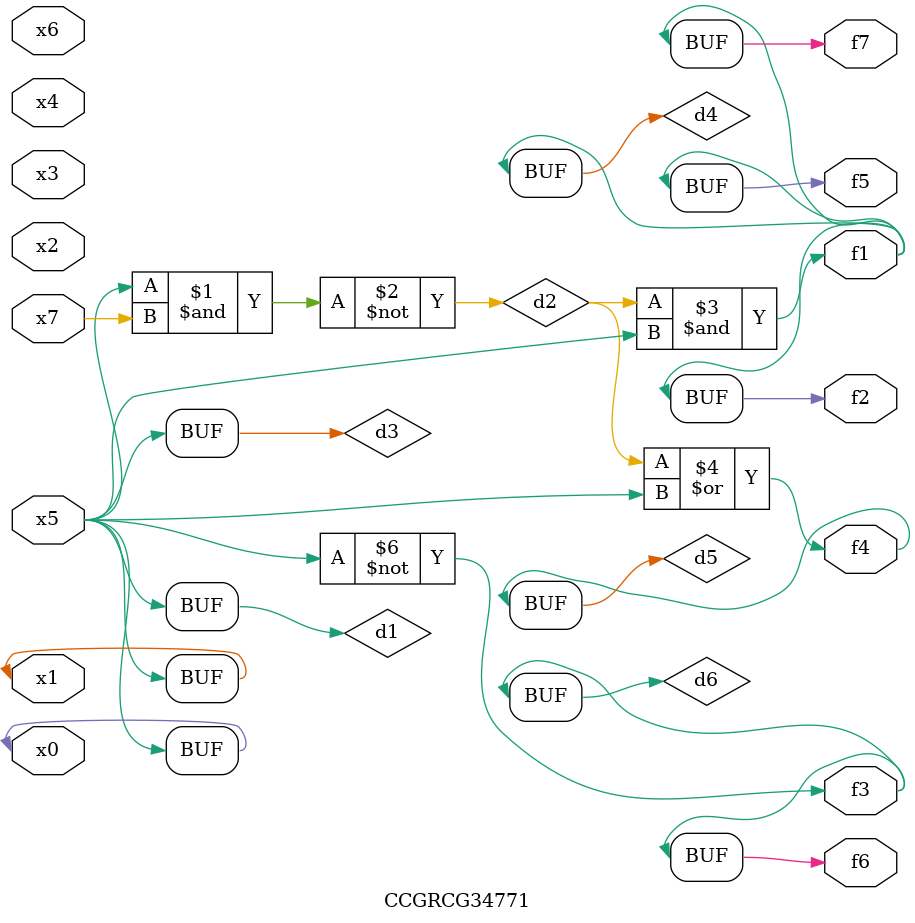
<source format=v>
module CCGRCG34771(
	input x0, x1, x2, x3, x4, x5, x6, x7,
	output f1, f2, f3, f4, f5, f6, f7
);

	wire d1, d2, d3, d4, d5, d6;

	buf (d1, x0, x5);
	nand (d2, x5, x7);
	buf (d3, x0, x1);
	and (d4, d2, d3);
	or (d5, d2, d3);
	nor (d6, d1, d3);
	assign f1 = d4;
	assign f2 = d4;
	assign f3 = d6;
	assign f4 = d5;
	assign f5 = d4;
	assign f6 = d6;
	assign f7 = d4;
endmodule

</source>
